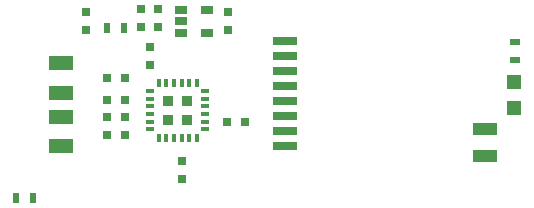
<source format=gbr>
G04 #@! TF.GenerationSoftware,KiCad,Pcbnew,(6.0.0-rc1-dev-479-g831c9b6f6-dirty)*
G04 #@! TF.CreationDate,2018-09-12T23:56:38+02:00*
G04 #@! TF.ProjectId,RapTorS,526170546F72532E6B696361645F7063,rev?*
G04 #@! TF.SameCoordinates,Original*
G04 #@! TF.FileFunction,Paste,Top*
G04 #@! TF.FilePolarity,Positive*
%FSLAX46Y46*%
G04 Gerber Fmt 4.6, Leading zero omitted, Abs format (unit mm)*
G04 Created by KiCad (PCBNEW (6.0.0-rc1-dev-479-g831c9b6f6-dirty)) date 2018 September 12, Wednesday 23:56:38*
%MOMM*%
%LPD*%
G01*
G04 APERTURE LIST*
%ADD10R,0.800000X0.750000*%
%ADD11R,1.200000X1.200000*%
%ADD12R,0.900000X0.500000*%
%ADD13R,0.750000X0.800000*%
%ADD14R,0.500000X0.900000*%
%ADD15R,0.750000X0.300000*%
%ADD16R,0.300000X0.750000*%
%ADD17R,0.960000X0.960000*%
%ADD18R,2.000000X1.000000*%
%ADD19R,2.000000X0.700000*%
%ADD20R,2.000000X1.200000*%
%ADD21R,1.060000X0.650000*%
G04 APERTURE END LIST*
D10*
G04 #@! TO.C,R5*
X149450000Y-101701600D03*
X147950000Y-101701600D03*
G04 #@! TD*
G04 #@! TO.C,R4*
X147950000Y-103251000D03*
X149450000Y-103251000D03*
G04 #@! TD*
D11*
G04 #@! TO.C,D1*
X182448200Y-98696600D03*
X182448200Y-100896600D03*
G04 #@! TD*
D12*
G04 #@! TO.C,R2*
X182473600Y-95375600D03*
X182473600Y-96875600D03*
G04 #@! TD*
D10*
G04 #@! TO.C,C9*
X158140400Y-102082600D03*
X159640400Y-102082600D03*
G04 #@! TD*
D13*
G04 #@! TO.C,C8*
X154279600Y-105447400D03*
X154279600Y-106947400D03*
G04 #@! TD*
G04 #@! TO.C,C1*
X146177000Y-92823600D03*
X146177000Y-94323600D03*
G04 #@! TD*
D14*
G04 #@! TO.C,R1*
X140232000Y-108534200D03*
X141732000Y-108534200D03*
G04 #@! TD*
G04 #@! TO.C,L1*
X147941600Y-94157800D03*
X149441600Y-94157800D03*
G04 #@! TD*
D10*
G04 #@! TO.C,C7*
X147950000Y-100228400D03*
X149450000Y-100228400D03*
G04 #@! TD*
D13*
G04 #@! TO.C,C6*
X158242000Y-94323600D03*
X158242000Y-92823600D03*
G04 #@! TD*
D10*
G04 #@! TO.C,C5*
X147950000Y-98425000D03*
X149450000Y-98425000D03*
G04 #@! TD*
D13*
G04 #@! TO.C,C4*
X151638000Y-95770000D03*
X151638000Y-97270000D03*
G04 #@! TD*
G04 #@! TO.C,C3*
X152273000Y-92569600D03*
X152273000Y-94069600D03*
G04 #@! TD*
G04 #@! TO.C,C2*
X150850600Y-92569600D03*
X150850600Y-94069600D03*
G04 #@! TD*
D15*
G04 #@! TO.C,IC1*
X156274400Y-102742400D03*
X156274400Y-102092400D03*
X156274400Y-101442400D03*
X156274400Y-100792400D03*
X156274400Y-100142400D03*
X156274400Y-99492400D03*
D16*
X155574400Y-98792400D03*
X154924400Y-98792400D03*
X154274400Y-98792400D03*
X153624400Y-98792400D03*
X152974400Y-98792400D03*
X152324400Y-98792400D03*
D15*
X151624400Y-99492400D03*
X151624400Y-100142400D03*
X151624400Y-100792400D03*
X151624400Y-101442400D03*
X151624400Y-102092400D03*
X151624400Y-102742400D03*
D16*
X152324400Y-103442400D03*
X152974400Y-103442400D03*
X153624400Y-103442400D03*
X154274400Y-103442400D03*
X154924400Y-103442400D03*
X155574400Y-103442400D03*
D17*
X153149400Y-100317400D03*
X153149400Y-101917400D03*
X154749400Y-100317400D03*
X154749400Y-101917400D03*
G04 #@! TD*
D18*
G04 #@! TO.C,U3*
X180001200Y-102718800D03*
D19*
X163001200Y-104158800D03*
X163001200Y-102888800D03*
X163001200Y-101618800D03*
X163001200Y-100348800D03*
X163001200Y-99078800D03*
X163001200Y-97808800D03*
X163001200Y-96538800D03*
D18*
X180001200Y-104998800D03*
D19*
X163001200Y-95268800D03*
G04 #@! TD*
D20*
G04 #@! TO.C,J1*
X144110200Y-97160600D03*
X144110200Y-99660600D03*
X144110200Y-104160600D03*
X144110200Y-101660600D03*
G04 #@! TD*
D21*
G04 #@! TO.C,U2*
X154195600Y-92649000D03*
X154195600Y-93599000D03*
X154195600Y-94549000D03*
X156395600Y-94549000D03*
X156395600Y-92649000D03*
G04 #@! TD*
M02*

</source>
